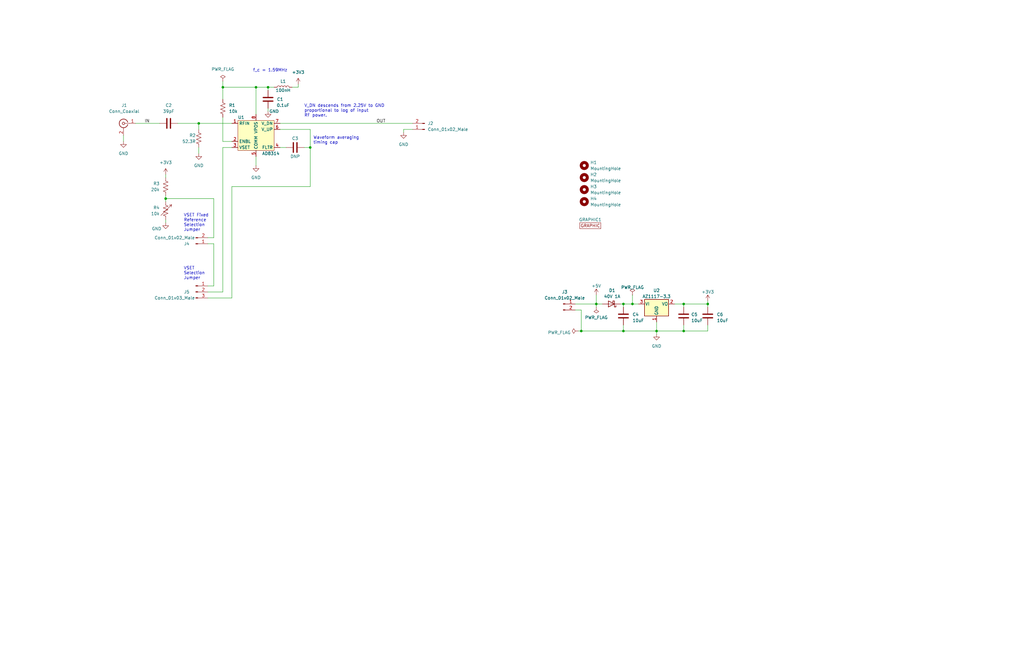
<source format=kicad_sch>
(kicad_sch (version 20230121) (generator eeschema)
  (paper "B")
  (title_block (title "RF Detector Board") (date "2023-02-17") (rev "A") (company "Pants for Birds"))
  (lib_symbols
    (symbol "Connector:Conn_01x02_Pin" (pin_names (offset 1.016) hide)
      (property "Reference" "J" (at 0 2.54 0))
      (property "Value" "Conn_01x02_Pin" (at 0 -5.08 0))
      (symbol "Conn_01x02_Pin_1_1"
        (polyline (pts (xy 1.27 -2.54) (xy 0.8636 -2.54)) (stroke (width 0.1524)))
        (polyline (pts (xy 1.27 0) (xy 0.8636 0)) (stroke (width 0.1524)))
        (rectangle (start 0.8636 -2.413) (end 0 -2.667) (stroke (width 0.1524)) (fill (type outline)))
        (rectangle (start 0.8636 0.127) (end 0 -0.127) (stroke (width 0.1524)) (fill (type outline)))
        (pin passive line (at 5.08 0 180) (length 3.81) (name "Pin_1") (number "1"))
        (pin passive line (at 5.08 -2.54 180) (length 3.81) (name "Pin_2") (number "2"))
      )
    )
    (symbol "Connector:Conn_01x03_Pin" (pin_names (offset 1.016) hide)
      (property "Reference" "J" (at 0 5.08 0))
      (property "Value" "Conn_01x03_Pin" (at 0 -5.08 0))
      (symbol "Conn_01x03_Pin_1_1"
        (polyline (pts (xy 1.27 -2.54) (xy 0.8636 -2.54)) (stroke (width 0.1524)))
        (polyline (pts (xy 1.27 0) (xy 0.8636 0)) (stroke (width 0.1524)))
        (polyline (pts (xy 1.27 2.54) (xy 0.8636 2.54)) (stroke (width 0.1524)))
        (rectangle (start 0.8636 -2.413) (end 0 -2.667) (stroke (width 0.1524)) (fill (type outline)))
        (rectangle (start 0.8636 0.127) (end 0 -0.127) (stroke (width 0.1524)) (fill (type outline)))
        (rectangle (start 0.8636 2.667) (end 0 2.413) (stroke (width 0.1524)) (fill (type outline)))
        (pin passive line (at 5.08 2.54 180) (length 3.81) (name "Pin_1") (number "1"))
        (pin passive line (at 5.08 0 180) (length 3.81) (name "Pin_2") (number "2"))
        (pin passive line (at 5.08 -2.54 180) (length 3.81) (name "Pin_3") (number "3"))
      )
    )
    (symbol "Connector:Conn_Coaxial" (pin_names (offset 1.016) hide)
      (property "Reference" "J" (at 0.254 3.048 0))
      (property "Value" "Conn_Coaxial" (at 2.921 0 90))
      (symbol "Conn_Coaxial_0_1"
        (arc (start -1.778 -0.508) (mid 0.2311 -1.8066) (end 1.778 0) (stroke (width 0.254)))
        (polyline (pts (xy -2.54 0) (xy -0.508 0)))
        (polyline (pts (xy 0 -2.54) (xy 0 -1.778)))
        (circle (center 0 0) (radius 0.508) (stroke (width 0.2032)))
        (arc (start 1.778 0) (mid 0.2099 1.8101) (end -1.778 0.508) (stroke (width 0.254)))
      )
      (symbol "Conn_Coaxial_1_1"
        (pin passive line (at -5.08 0 0) (length 2.54) (name "In") (number "1"))
        (pin passive line (at 0 -5.08 90) (length 2.54) (name "Ext") (number "2"))
      )
    )
    (symbol "Custom_Placeholder:Graphic" (pin_numbers hide) (pin_names (offset 0) hide) (in_bom no)
      (property "Reference" "GRAPHIC" (at 0 2.54 0))
      (symbol "Graphic_0_0"
        (rectangle (start -4.445 1.27) (end 4.445 -1.27))
        (text "GRAPHIC" (at 0 0 0) (effects (font (size 1.27 1.27))))
      )
    )
    (symbol "Custom_RF_Amplifier:AD8314"
      (property "Reference" "U" (at -7.62 1.27 0))
      (property "Value" "AD8314" (at 5.08 -13.97 0))
      (symbol "AD8314_0_1"
        (rectangle (start -7.62 0) (end 7.62 -12.7) (fill (type background)))
      )
      (symbol "AD8314_1_1"
        (pin input line (at -10.16 -1.27 0) (length 2.54) (name "RFIN") (number "1"))
        (pin input line (at -10.16 -8.89 0) (length 2.54) (name "ENBL") (number "2"))
        (pin input line (at -10.16 -11.43 0) (length 2.54) (name "VSET") (number "3"))
        (pin input line (at 10.16 -11.43 180) (length 2.54) (name "FLTR") (number "4"))
        (pin power_in line (at 0 -15.24 90) (length 2.54) (name "COMM") (number "5"))
        (pin output line (at 10.16 -3.81 180) (length 2.54) (name "V_UP") (number "6"))
        (pin output line (at 10.16 -1.27 180) (length 2.54) (name "V_DN") (number "7"))
        (pin power_in line (at 0 2.54 270) (length 2.54) (name "VPOS") (number "8"))
        (pin power_in line (at 0 -15.24 90) (length 2.54) hide (name "GND") (number "9"))
      )
    )
    (symbol "Device:C" (pin_numbers hide) (pin_names (offset 0.254))
      (property "Reference" "C" (at 0.635 2.54 0))
      (property "Value" "C" (at 0.635 -2.54 0))
      (symbol "C_0_1"
        (polyline (pts (xy -2.032 -0.762) (xy 2.032 -0.762)) (stroke (width 0.508)))
        (polyline (pts (xy -2.032 0.762) (xy 2.032 0.762)) (stroke (width 0.508)))
      )
      (symbol "C_1_1"
        (pin passive line (at 0 3.81 270) (length 2.794) (name "~") (number "1"))
        (pin passive line (at 0 -3.81 90) (length 2.794) (name "~") (number "2"))
      )
    )
    (symbol "Device:D_Schottky" (pin_numbers hide) (pin_names (offset 1.016) hide)
      (property "Reference" "D" (at 0 2.54 0))
      (property "Value" "D_Schottky" (at 0 -2.54 0))
      (symbol "D_Schottky_0_1"
        (polyline (pts (xy 1.27 0) (xy -1.27 0)))
        (polyline (pts (xy 1.27 1.27) (xy 1.27 -1.27) (xy -1.27 0) (xy 1.27 1.27)) (stroke (width 0.254)))
        (polyline (pts (xy -1.905 0.635) (xy -1.905 1.27) (xy -1.27 1.27) (xy -1.27 -1.27) (xy -0.635 -1.27) (xy -0.635 -0.635)) (stroke (width 0.254)))
      )
      (symbol "D_Schottky_1_1"
        (pin passive line (at -3.81 0 0) (length 2.54) (name "K") (number "1"))
        (pin passive line (at 3.81 0 180) (length 2.54) (name "A") (number "2"))
      )
    )
    (symbol "Device:L" (pin_numbers hide) (pin_names (offset 1.016) hide)
      (property "Reference" "L" (at -1.27 0 90))
      (property "Value" "L" (at 1.905 0 90))
      (symbol "L_0_1"
        (arc (start 0 -2.54) (mid 0.6323 -1.905) (end 0 -1.27))
        (arc (start 0 -1.27) (mid 0.6323 -0.635) (end 0 0))
        (arc (start 0 0) (mid 0.6323 0.635) (end 0 1.27))
        (arc (start 0 1.27) (mid 0.6323 1.905) (end 0 2.54))
      )
      (symbol "L_1_1"
        (pin passive line (at 0 3.81 270) (length 1.27) (name "1") (number "1"))
        (pin passive line (at 0 -3.81 90) (length 1.27) (name "2") (number "2"))
      )
    )
    (symbol "Device:R_US" (pin_numbers hide) (pin_names (offset 0))
      (property "Reference" "R" (at 2.54 0 90))
      (property "Value" "R_US" (at -2.54 0 90))
      (symbol "R_US_0_1"
        (polyline (pts (xy 0 -2.286) (xy 0 -2.54)))
        (polyline (pts (xy 0 2.286) (xy 0 2.54)))
        (polyline (pts (xy 0 -0.762) (xy 1.016 -1.143) (xy 0 -1.524) (xy -1.016 -1.905) (xy 0 -2.286)))
        (polyline (pts (xy 0 0.762) (xy 1.016 0.381) (xy 0 0) (xy -1.016 -0.381) (xy 0 -0.762)))
        (polyline (pts (xy 0 2.286) (xy 1.016 1.905) (xy 0 1.524) (xy -1.016 1.143) (xy 0 0.762)))
      )
      (symbol "R_US_1_1"
        (pin passive line (at 0 3.81 270) (length 1.27) (name "~") (number "1"))
        (pin passive line (at 0 -3.81 90) (length 1.27) (name "~") (number "2"))
      )
    )
    (symbol "Device:R_Variable_US" (pin_numbers hide) (pin_names (offset 0))
      (property "Reference" "R" (at 2.54 -2.54 90))
      (property "Value" "R_Variable_US" (at -2.54 -1.27 90))
      (symbol "R_Variable_US_0_1"
        (polyline (pts (xy 0 -2.286) (xy 0 -2.54)))
        (polyline (pts (xy 0 2.286) (xy 0 2.54)))
        (polyline (pts (xy 0 -0.762) (xy 1.016 -1.143) (xy 0 -1.524) (xy -1.016 -1.905) (xy 0 -2.286)))
        (polyline (pts (xy 0 0.762) (xy 1.016 0.381) (xy 0 0) (xy -1.016 -0.381) (xy 0 -0.762)))
        (polyline (pts (xy 0 2.286) (xy 1.016 1.905) (xy 0 1.524) (xy -1.016 1.143) (xy 0 0.762)) (stroke (width 0.1524)))
        (polyline (pts (xy 2.286 1.524) (xy 2.54 2.54) (xy 1.524 2.286) (xy 2.54 2.54) (xy -2.032 -2.032)) (stroke (width 0.1524)))
      )
      (symbol "R_Variable_US_1_1"
        (pin passive line (at 0 3.81 270) (length 1.27) (name "~") (number "1"))
        (pin passive line (at 0 -3.81 90) (length 1.27) (name "~") (number "2"))
      )
    )
    (symbol "Mechanical:MountingHole" (pin_names (offset 1.016))
      (property "Reference" "H" (at 0 5.08 0))
      (property "Value" "MountingHole" (at 0 3.175 0))
      (symbol "MountingHole_0_1"
        (circle (center 0 0) (radius 1.27) (stroke (width 1.27)))
      )
    )
    (symbol "Regulator_Linear:AZ1117-3.3" (pin_names (offset 0.254))
      (property "Reference" "U" (at -3.81 3.175 0))
      (property "Value" "AZ1117-3.3" (at 0 3.175 0))
      (symbol "AZ1117-3.3_0_1"
        (rectangle (start -5.08 1.905) (end 5.08 -5.08) (stroke (width 0.254)) (fill (type background)))
      )
      (symbol "AZ1117-3.3_1_1"
        (pin power_in line (at 0 -7.62 90) (length 2.54) (name "GND") (number "1"))
        (pin power_out line (at 7.62 0 180) (length 2.54) (name "VO") (number "2"))
        (pin power_in line (at -7.62 0 0) (length 2.54) (name "VI") (number "3"))
      )
    )
    (symbol "power:+3V3" (power) (pin_names (offset 0))
      (property "Value" "+3V3" (at 0 3.556 0))
      (symbol "+3V3_0_1"
        (polyline (pts (xy -0.762 1.27) (xy 0 2.54)))
        (polyline (pts (xy 0 0) (xy 0 2.54)))
        (polyline (pts (xy 0 2.54) (xy 0.762 1.27)))
      )
      (symbol "+3V3_1_1"
        (pin power_in line (at 0 0 90) (length 0) hide (name "+3V3") (number "1"))
      )
    )
    (symbol "power:+5V" (power) (pin_names (offset 0))
      (property "Value" "+5V" (at 0 3.556 0))
      (symbol "+5V_0_1"
        (polyline (pts (xy -0.762 1.27) (xy 0 2.54)))
        (polyline (pts (xy 0 0) (xy 0 2.54)))
        (polyline (pts (xy 0 2.54) (xy 0.762 1.27)))
      )
      (symbol "+5V_1_1"
        (pin power_in line (at 0 0 90) (length 0) hide (name "+5V") (number "1"))
      )
    )
    (symbol "power:GND" (power) (pin_names (offset 0))
      (property "Value" "GND" (at 0 -3.81 0))
      (symbol "GND_0_1"
        (polyline (pts (xy 0 0) (xy 0 -1.27) (xy 1.27 -1.27) (xy 0 -2.54) (xy -1.27 -1.27) (xy 0 -1.27)))
      )
      (symbol "GND_1_1"
        (pin power_in line (at 0 0 270) (length 0) hide (name "GND") (number "1"))
      )
    )
    (symbol "power:PWR_FLAG" (power) (pin_numbers hide) (pin_names (offset 0) hide)
      (property "Value" "PWR_FLAG" (at 0 3.81 0))
      (symbol "PWR_FLAG_0_0"
        (pin power_out line (at 0 0 90) (length 0) (name "pwr") (number "1"))
      )
      (symbol "PWR_FLAG_0_1"
        (polyline (pts (xy 0 0) (xy 0 1.27) (xy -1.016 1.905) (xy 0 2.54) (xy 1.016 1.905) (xy 0 1.27)))
      )
    )
  )
  (junction (at 262.89 139.7))
  (junction (at 288.29 139.7))
  (junction (at 113.03 36.83))
  (junction (at 262.89 128.27))
  (junction (at 276.86 139.7))
  (junction (at 298.45 128.27))
  (junction (at 245.11 139.7))
  (junction (at 288.29 128.27))
  (junction (at 107.95 36.83))
  (junction (at 251.46 128.27))
  (junction (at 130.81 62.23))
  (junction (at 266.7 128.27))
  (junction (at 69.85 83.82))
  (junction (at 93.98 36.83))
  (junction (at 83.82 52.07))
  (wire (pts (xy 97.79 78.74) (xy 130.81 78.74)))
  (wire (pts (xy 243.84 139.7) (xy 245.11 139.7)))
  (wire (pts (xy 266.7 124.46) (xy 266.7 128.27)))
  (wire (pts (xy 170.18 55.88) (xy 170.18 54.61)))
  (wire (pts (xy 93.98 36.83) (xy 107.95 36.83)))
  (wire (pts (xy 245.11 139.7) (xy 262.89 139.7)))
  (wire (pts (xy 276.86 139.7) (xy 276.86 140.97)))
  (wire (pts (xy 298.45 127) (xy 298.45 128.27)))
  (wire (pts (xy 125.73 35.56) (xy 125.73 36.83)))
  (wire (pts (xy 93.98 36.83) (xy 93.98 41.91)))
  (wire (pts (xy 242.57 130.81) (xy 245.11 130.81)))
  (wire (pts (xy 276.86 139.7) (xy 262.89 139.7)))
  (wire (pts (xy 69.85 83.82) (xy 69.85 85.09)))
  (wire (pts (xy 118.11 52.07) (xy 173.99 52.07)))
  (wire (pts (xy 107.95 36.83) (xy 107.95 48.26)))
  (wire (pts (xy 83.82 52.07) (xy 97.79 52.07)))
  (wire (pts (xy 69.85 92.71) (xy 69.85 93.98)))
  (wire (pts (xy 288.29 128.27) (xy 298.45 128.27)))
  (wire (pts (xy 93.98 123.19) (xy 87.63 123.19)))
  (wire (pts (xy 52.07 57.15) (xy 52.07 59.69)))
  (wire (pts (xy 93.98 59.69) (xy 93.98 49.53)))
  (wire (pts (xy 113.03 45.72) (xy 113.03 46.99)))
  (wire (pts (xy 276.86 135.89) (xy 276.86 139.7)))
  (wire (pts (xy 170.18 54.61) (xy 173.99 54.61)))
  (wire (pts (xy 115.57 36.83) (xy 113.03 36.83)))
  (wire (pts (xy 97.79 59.69) (xy 93.98 59.69)))
  (wire (pts (xy 266.7 128.27) (xy 269.24 128.27)))
  (wire (pts (xy 107.95 66.04) (xy 107.95 69.85)))
  (wire (pts (xy 93.98 34.29) (xy 93.98 36.83)))
  (wire (pts (xy 266.7 128.27) (xy 262.89 128.27)))
  (wire (pts (xy 288.29 139.7) (xy 298.45 139.7)))
  (wire (pts (xy 130.81 62.23) (xy 128.27 62.23)))
  (wire (pts (xy 113.03 36.83) (xy 113.03 38.1)))
  (wire (pts (xy 69.85 73.66) (xy 69.85 74.93)))
  (wire (pts (xy 57.15 52.07) (xy 67.31 52.07)))
  (wire (pts (xy 97.79 62.23) (xy 93.98 62.23)))
  (wire (pts (xy 118.11 62.23) (xy 120.65 62.23)))
  (wire (pts (xy 97.79 125.73) (xy 87.63 125.73)))
  (wire (pts (xy 107.95 36.83) (xy 113.03 36.83)))
  (wire (pts (xy 130.81 62.23) (xy 130.81 78.74)))
  (wire (pts (xy 251.46 128.27) (xy 251.46 129.54)))
  (wire (pts (xy 74.93 52.07) (xy 83.82 52.07)))
  (wire (pts (xy 69.85 83.82) (xy 90.17 83.82)))
  (wire (pts (xy 298.45 137.16) (xy 298.45 139.7)))
  (wire (pts (xy 69.85 82.55) (xy 69.85 83.82)))
  (wire (pts (xy 251.46 128.27) (xy 254 128.27)))
  (wire (pts (xy 97.79 125.73) (xy 97.79 78.74)))
  (wire (pts (xy 262.89 139.7) (xy 262.89 137.16)))
  (wire (pts (xy 288.29 128.27) (xy 288.29 129.54)))
  (wire (pts (xy 284.48 128.27) (xy 288.29 128.27)))
  (wire (pts (xy 83.82 52.07) (xy 83.82 54.61)))
  (wire (pts (xy 118.11 54.61) (xy 130.81 54.61)))
  (wire (pts (xy 242.57 128.27) (xy 251.46 128.27)))
  (wire (pts (xy 245.11 130.81) (xy 245.11 139.7)))
  (wire (pts (xy 276.86 139.7) (xy 288.29 139.7)))
  (wire (pts (xy 251.46 124.46) (xy 251.46 128.27)))
  (wire (pts (xy 93.98 62.23) (xy 93.98 123.19)))
  (wire (pts (xy 288.29 137.16) (xy 288.29 139.7)))
  (wire (pts (xy 90.17 83.82) (xy 90.17 100.33)))
  (wire (pts (xy 83.82 62.23) (xy 83.82 64.77)))
  (wire (pts (xy 261.62 128.27) (xy 262.89 128.27)))
  (wire (pts (xy 298.45 128.27) (xy 298.45 129.54)))
  (wire (pts (xy 90.17 100.33) (xy 87.63 100.33)))
  (wire (pts (xy 130.81 54.61) (xy 130.81 62.23)))
  (wire (pts (xy 87.63 120.65) (xy 90.17 120.65)))
  (wire (pts (xy 90.17 120.65) (xy 90.17 102.87)))
  (wire (pts (xy 123.19 36.83) (xy 125.73 36.83)))
  (wire (pts (xy 90.17 102.87) (xy 87.63 102.87)))
  (wire (pts (xy 262.89 128.27) (xy 262.89 129.54)))
  (text "VSET\nSelection\nJumper" (at 77.47 118.11 0) (effects (font (size 1.27 1.27)) (justify left bottom)))
  (text "VSET Fixed\nReference\nSelection\nJumper" (at 77.47 97.79 0) (effects (font (size 1.27 1.27)) (justify left bottom)))
  (text "f_c = 1.59MHz" (at 106.68 30.48 0) (effects (font (size 1.27 1.27)) (justify left bottom)))
  (text "V_DN descends from 2.25V to GND\nproportional to log of input\nRF power." (at 128.27 49.53 0) (effects (font (size 1.27 1.27)) (justify left bottom)))
  (text "Waveform averaging\ntiming cap" (at 132.08 60.96 0) (effects (font (size 1.27 1.27)) (justify left bottom)))
  (label "IN" (at 60.96 52.07 0))
  (label "OUT" (at 158.75 52.07 0))
  (symbol (lib_id "Connector:Conn_01x02_Pin") (at 179.07 54.61 180) (unit 1)
    (property "Reference" "J2" (at 180.34 52.0699 0) (effects (justify right)))
    (property "Value" "Conn_01x02_Male" (at 180.34 54.6099 0) (effects (justify right)))
    (property "Footprint" "Connector_PinHeader_2.54mm:PinHeader_1x02_P2.54mm_Horizontal" (effects hide))
  )
  (symbol (lib_id "Mechanical:MountingHole") (at 246.38 69.85 0) (unit 1)
    (property "Reference" "H1" (at 248.92 68.5799 0) (effects (justify left)))
    (property "Value" "MountingHole" (at 248.92 71.1199 0) (effects (justify left)))
    (property "Footprint" "MountingHole:MountingHole_3.2mm_M3" (effects hide))
  )
  (symbol (lib_id "power:PWR_FLAG") (at 266.7 124.46 0) (unit 1)
    (property "Reference" "#FLG02" (effects hide))
    (property "Value" "PWR_FLAG" (at 266.7 121.285 0))
  )
  (symbol (lib_id "power:GND") (at 113.03 46.99 0) (unit 1)
    (property "Reference" "#PWR02" (effects hide))
    (property "Value" "GND" (at 115.57 46.99 0))
  )
  (symbol (lib_id "Device:C") (at 298.45 133.35 0) (unit 1)
    (property "Reference" "C6" (at 302.26 132.715 0) (effects (justify left)))
    (property "Value" "10uF" (at 302.26 135.255 0) (effects (justify left)))
    (property "Footprint" "Capacitor_SMD:C_0805_2012Metric" (effects hide))
  )
  (symbol (lib_id "power:PWR_FLAG") (at 243.84 139.7 90) (unit 1)
    (property "Reference" "#FLG03" (effects hide))
    (property "Value" "PWR_FLAG" (at 240.665 140.335 90) (effects (justify left)))
  )
  (symbol (lib_id "Custom_Placeholder:Graphic") (at 248.92 95.25 0) (unit 1) (in_bom no)
    (property "Reference" "GRAPHIC1" (at 248.92 92.71 0))
    (property "Value" "Graphic" (effects hide))
    (property "Footprint" "Custom_Graphic:bird_with_pants_small_flipped" (effects hide))
  )
  (symbol (lib_id "Regulator_Linear:AZ1117-3.3") (at 276.86 128.27 0) (unit 1)
    (property "Reference" "U2" (at 276.86 122.555 0))
    (property "Value" "AZ1117-3.3" (at 276.86 125.095 0))
    (property "Footprint" "Package_TO_SOT_SMD:SOT-223-3_TabPin2" (effects hide))
    (property "Datasheet" "https://www.diodes.com/assets/Datasheets/AZ1117.pdf" (effects hide))
  )
  (symbol (lib_id "power:+3V3") (at 298.45 127 0) (unit 1)
    (property "Reference" "#PWR011" (effects hide))
    (property "Value" "+3V3" (at 298.45 123.19 0))
  )
  (symbol (lib_id "power:GND") (at 83.82 64.77 0) (unit 1)
    (property "Reference" "#PWR05" (effects hide))
    (property "Value" "GND" (at 83.82 69.85 0))
  )
  (symbol (lib_id "Device:R_US") (at 83.82 58.42 0) (unit 1)
    (property "Reference" "R2" (at 82.55 57.15 0) (effects (justify right)))
    (property "Value" "52.3R" (at 82.55 59.69 0) (effects (justify right)))
    (property "Footprint" "Resistor_SMD:R_0603_1608Metric" (effects hide))
  )
  (symbol (lib_id "Device:R_US") (at 69.85 78.74 0) (unit 1)
    (property "Reference" "R3" (at 67.31 77.47 0) (effects (justify right)))
    (property "Value" "20k" (at 67.31 80.01 0) (effects (justify right)))
    (property "Footprint" "Resistor_SMD:R_0603_1608Metric" (effects hide))
  )
  (symbol (lib_id "power:GND") (at 52.07 59.69 0) (unit 1)
    (property "Reference" "#PWR04" (effects hide))
    (property "Value" "GND" (at 52.07 64.77 0))
  )
  (symbol (lib_id "power:GND") (at 69.85 93.98 0) (unit 1)
    (property "Reference" "#PWR09" (effects hide))
    (property "Value" "GND" (at 66.04 96.52 0))
  )
  (symbol (lib_id "Device:C") (at 262.89 133.35 0) (unit 1)
    (property "Reference" "C4" (at 266.7 132.715 0) (effects (justify left)))
    (property "Value" "10uF" (at 266.7 135.255 0) (effects (justify left)))
    (property "Footprint" "Capacitor_SMD:C_0805_2012Metric" (effects hide))
  )
  (symbol (lib_id "Device:C") (at 71.12 52.07 90) (unit 1)
    (property "Reference" "C2" (at 71.12 44.45 90))
    (property "Value" "39pF" (at 71.12 46.99 90))
    (property "Footprint" "Capacitor_SMD:C_0603_1608Metric" (effects hide))
  )
  (symbol (lib_id "Mechanical:MountingHole") (at 246.38 80.01 0) (unit 1)
    (property "Reference" "H3" (at 248.92 78.7399 0) (effects (justify left)))
    (property "Value" "MountingHole" (at 248.92 81.2799 0) (effects (justify left)))
    (property "Footprint" "MountingHole:MountingHole_3.2mm_M3" (effects hide))
  )
  (symbol (lib_id "power:+5V") (at 251.46 124.46 0) (unit 1)
    (property "Reference" "#PWR012" (effects hide))
    (property "Value" "+5V" (at 251.46 120.65 0))
  )
  (symbol (lib_id "Device:L") (at 119.38 36.83 90) (unit 1)
    (property "Reference" "L1" (at 119.38 34.29 90))
    (property "Value" "100nH" (at 119.38 38.1 90))
    (property "Footprint" "Inductor_SMD:L_0603_1608Metric" (effects hide))
  )
  (symbol (lib_id "Custom_RF_Amplifier:AD8314") (at 107.95 50.8 0) (unit 1)
    (property "Reference" "U1" (at 100.33 49.53 0) (effects (justify left)))
    (property "Value" "AD8314" (at 110.49 64.77 0) (effects (justify left)))
    (property "Footprint" "Custom_Package_CSP:LFCSP-8-1EP_3x2mm_P0.5mm_EP1.6x1.65mm" (effects hide))
    (property "Datasheet" "https://www.analog.com/media/en/technical-documentation/data-sheets/ad8314.pdf" (effects hide))
  )
  (symbol (lib_id "Connector:Conn_01x02_Pin") (at 82.55 102.87 0) (mirror x) (unit 1)
    (property "Reference" "J4" (at 78.74 102.87 0))
    (property "Value" "Conn_01x02_Male" (at 73.66 100.33 0))
    (property "Footprint" "Connector_PinHeader_2.54mm:PinHeader_1x02_P2.54mm_Horizontal" (effects hide))
  )
  (symbol (lib_id "Device:R_US") (at 93.98 45.72 0) (unit 1)
    (property "Reference" "R1" (at 96.52 44.4499 0) (effects (justify left)))
    (property "Value" "10k" (at 96.52 46.9899 0) (effects (justify left)))
    (property "Footprint" "Resistor_SMD:R_0603_1608Metric" (effects hide))
  )
  (symbol (lib_id "Device:D_Schottky") (at 257.81 128.27 180) (unit 1)
    (property "Reference" "D1" (at 258.1275 122.555 0))
    (property "Value" "40V 1A" (at 258.1275 125.095 0))
    (property "Footprint" "Diode_THT:D_DO-41_SOD81_P7.62mm_Horizontal" (effects hide))
    (property "MPN" "1N5819" (effects hide))
  )
  (symbol (lib_id "Mechanical:MountingHole") (at 246.38 85.09 0) (unit 1)
    (property "Reference" "H4" (at 248.92 83.8199 0) (effects (justify left)))
    (property "Value" "MountingHole" (at 248.92 86.3599 0) (effects (justify left)))
    (property "Footprint" "MountingHole:MountingHole_3.2mm_M3" (effects hide))
  )
  (symbol (lib_id "power:PWR_FLAG") (at 251.46 129.54 180) (unit 1)
    (property "Reference" "#FLG04" (effects hide))
    (property "Value" "PWR_FLAG" (at 251.46 133.985 0))
  )
  (symbol (lib_id "power:GND") (at 276.86 140.97 0) (unit 1)
    (property "Reference" "#PWR013" (effects hide))
    (property "Value" "GND" (at 276.86 146.05 0))
  )
  (symbol (lib_id "Device:R_Variable_US") (at 69.85 88.9 0) (unit 1)
    (property "Reference" "R4" (at 67.31 87.63 0) (effects (justify right)))
    (property "Value" "10k" (at 67.31 90.17 0) (effects (justify right)))
    (property "Footprint" "Potentiometer_THT:Potentiometer_Bourns_3296W_Vertical" (effects hide))
  )
  (symbol (lib_id "power:+3V3") (at 125.73 35.56 0) (unit 1)
    (property "Reference" "#PWR01" (effects hide))
    (property "Value" "+3V3" (at 125.73 30.48 0))
  )
  (symbol (lib_id "power:GND") (at 107.95 69.85 0) (unit 1)
    (property "Reference" "#PWR06" (effects hide))
    (property "Value" "GND" (at 107.95 74.93 0))
  )
  (symbol (lib_id "Device:C") (at 113.03 41.91 180) (unit 1)
    (property "Reference" "C1" (at 118.11 41.91 0))
    (property "Value" "0.1uF" (at 119.38 44.45 0))
    (property "Footprint" "Capacitor_SMD:C_0603_1608Metric" (effects hide))
  )
  (symbol (lib_id "power:+3V3") (at 69.85 73.66 0) (unit 1)
    (property "Reference" "#PWR07" (effects hide))
    (property "Value" "+3V3" (at 69.85 68.58 0))
  )
  (symbol (lib_id "power:GND") (at 170.18 55.88 0) (unit 1)
    (property "Reference" "#PWR03" (effects hide))
    (property "Value" "GND" (at 170.18 60.96 0))
  )
  (symbol (lib_id "Mechanical:MountingHole") (at 246.38 74.93 0) (unit 1)
    (property "Reference" "H2" (at 248.92 73.6599 0) (effects (justify left)))
    (property "Value" "MountingHole" (at 248.92 76.1999 0) (effects (justify left)))
    (property "Footprint" "MountingHole:MountingHole_3.2mm_M3" (effects hide))
  )
  (symbol (lib_id "Connector:Conn_01x02_Pin") (at 237.49 128.27 0) (unit 1)
    (property "Reference" "J3" (at 238.125 123.19 0))
    (property "Value" "Conn_01x02_Male" (at 238.125 125.73 0))
    (property "Footprint" "Connector_PinHeader_2.54mm:PinHeader_1x02_P2.54mm_Horizontal" (effects hide))
  )
  (symbol (lib_id "Connector:Conn_Coaxial") (at 52.07 52.07 0) (mirror y) (unit 1)
    (property "Reference" "J1" (at 52.3874 44.45 0))
    (property "Value" "Conn_Coaxial" (at 52.3874 46.99 0))
    (property "Footprint" "Custom_Connector_Coaxial:SMA_Amphenol_132289_EdgeMount" (effects hide))
    (property "Datasheet" " ~" (effects hide))
    (property "MPN" "132289" (effects hide))
    (property "Standard Cost" "1.00" (effects hide))
  )
  (symbol (lib_id "power:PWR_FLAG") (at 93.98 34.29 0) (unit 1)
    (property "Reference" "#FLG01" (effects hide))
    (property "Value" "PWR_FLAG" (at 93.98 29.21 0))
  )
  (symbol (lib_id "Connector:Conn_01x03_Pin") (at 82.55 123.19 0) (unit 1)
    (property "Reference" "J5" (at 78.74 123.19 0))
    (property "Value" "Conn_01x03_Male" (at 73.66 125.73 0))
    (property "Footprint" "Connector_PinHeader_2.54mm:PinHeader_1x03_P2.54mm_Horizontal" (effects hide))
  )
  (symbol (lib_id "Device:C") (at 288.29 133.35 0) (unit 1)
    (property "Reference" "C5" (at 291.465 132.715 0) (effects (justify left)))
    (property "Value" "10uF" (at 291.465 135.255 0) (effects (justify left)))
    (property "Footprint" "Capacitor_SMD:C_0805_2012Metric" (effects hide))
  )
  (symbol (lib_id "Device:C") (at 124.46 62.23 90) (unit 1)
    (property "Reference" "C3" (at 124.46 58.42 90))
    (property "Value" "DNP" (at 124.46 66.04 90))
    (property "Footprint" "Capacitor_SMD:C_0603_1608Metric" (effects hide))
  )
)
</source>
